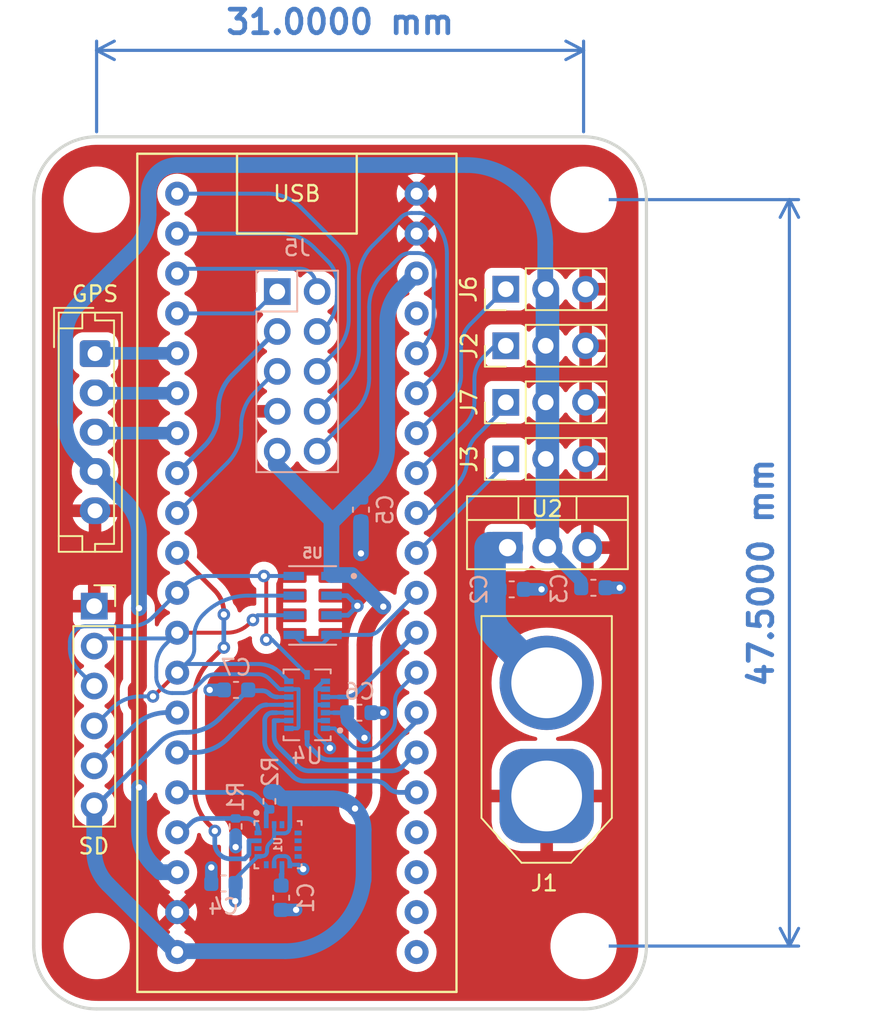
<source format=kicad_pcb>
(kicad_pcb (version 20211014) (generator pcbnew)
  (layers (0 "F.Cu" signal) (31 "B.Cu" signal) (34 "B.Paste" user) (35 "F.Paste" user) (36 "B.SilkS" user "B.Silkscreen") (37 "F.SilkS" user "F.Silkscreen") (38 "B.Mask" user) (39 "F.Mask" user) (44 "Edge.Cuts" user))
  (net 0 "")
  (net 1 "/PPS")
  (net 2 "/3.3V")
  (net 3 "/MISO")
  (net 4 "/MOSI")
  (net 5 "/SCLK")
  (net 6 "/CS_SD")
  (net 7 "/TX1")
  (net 8 "/CS_Alt")
  (net 9 "/RX1")
  (net 10 "/5V")
  (net 11 "/BMI088_INT4")
  (net 12 "/BMI088_INT3")
  (net 13 "/CS_Gyro")
  (net 14 "/CS_Accel")
  (net 15 "GND")
  (net 16 "/Servo_1")
  (net 17 "/Servo_2")
  (net 18 "/Servo_3")
  (net 19 "/Servo_4")
  (net 20 "/BMI088_INT2")
  (net 21 "/BMI088_INT1")
  (net 22 "Net-(C1-Pad1)")
  (net 23 "/PB14")
  (net 24 "/PB15")
  (net 25 "/PB13")
  (net 26 "/PB12")
  (net 27 "/PA11")
  (net 28 "/PB10")
  (net 29 "/PA12")
  (net 30 "/PB11")
  (net 31 "/INT_Mag")
  (net 32 "Net-(C2-Pad1)")
  (net 33 "/SDA")
  (net 34 "/SCL")
  (net 44 "/PC14")
  (footprint "MountingHole:MountingHole_3.2mm_M3" (layer "F.Cu") (at 131 73.5)
    (fp_text reference "H3" hide)
    (fp_text value "MountingHole" hide)
  )
  (footprint "Package_TO_SOT_THT:TO-220-3_Vertical" (layer "F.Cu") (at 157.16 95.645)
    (fp_text reference "U2")
    (fp_text value "LM1085IT-5.0/NOPB")
  )
  (footprint "MountingHole:MountingHole_3.2mm_M3" (layer "F.Cu") (at 162 121)
    (fp_text reference "H4" hide)
    (fp_text value "MountingHole" hide)
  )
  (footprint "Connector_PinSocket_2.54mm:PinSocket_1x06_P2.54mm_Vertical" (layer "F.Cu") (at 130.85 99.37)
    (fp_text reference "J8")
    (fp_text value "SD")
  )
  (footprint "Connector_AMASS:AMASS_XT60-M_1x02_P7.20mm_Vertical" (layer "F.Cu") (at 159.65 111.45 90)
    (fp_text reference "J1")
    (fp_text value "Battery ")
  )
  (footprint "MountingHole:MountingHole_3.2mm_M3" (layer "F.Cu") (at 131 121)
    (fp_text reference "H1" hide)
    (fp_text value "MountingHole" hide)
  )
  (footprint "Connector_PinHeader_2.54mm:PinHeader_1x03_P2.54mm_Vertical" (layer "F.Cu") (at 157.05 86.4 90)
    (fp_text reference "J7")
    (fp_text value "Servo4")
  )
  (footprint "MountingHole:MountingHole_3.2mm_M3" (layer "F.Cu") (at 162 73.5)
    (fp_text reference "H2" hide)
    (fp_text value "MountingHole" hide)
  )
  (footprint "Connector_JST:JST_EH_B5B-EH-A_1x05_P2.50mm_Vertical" (layer "F.Cu") (at 130.9 83.3 -90)
    (fp_text reference "J4")
    (fp_text value "GPS")
  )
  (footprint "Blue Pill + others:ChinaBluePill" (layer "F.Cu") (at 136.13 121.38)
    (fp_text reference "U3" hide)
    (fp_text value "ChinaBluePill" hide)
  )
  (footprint "Connector_PinHeader_2.54mm:PinHeader_1x03_P2.54mm_Vertical" (layer "F.Cu") (at 157.05 82.8 90)
    (fp_text reference "J2")
    (fp_text value "Servo1")
  )
  (footprint "Connector_PinHeader_2.54mm:PinHeader_1x03_P2.54mm_Vertical" (layer "F.Cu") (at 157.05 90 90)
    (fp_text reference "J3")
    (fp_text value "Servo3")
  )
  (footprint "Connector_PinHeader_2.54mm:PinHeader_1x03_P2.54mm_Vertical" (layer "F.Cu") (at 157.05 79.2 90)
    (fp_text reference "J6")
    (fp_text value "Servo2")
  )
  (footprint "Capacitor_SMD:C_0603_1608Metric" (layer "B.Cu") (at 139.075 117.016 180)
    (fp_text reference "C4")
    (fp_text value "1uF" hide)
  )
  (footprint "Resistor_SMD:R_0402_1005Metric" (layer "B.Cu") (at 142 111.79 -90)
    (fp_text reference "R2")
    (fp_text value "10k" hide)
  )
  (footprint "Connector_PinSocket_2.54mm:PinSocket_2x05_P2.54mm_Vertical" (layer "B.Cu") (at 142.5 79.35 180)
    (fp_text reference "J5")
    (fp_text value "Conn_02x05_Odd_Even")
  )
  (footprint "Capacitor_SMD:C_0603_1608Metric" (layer "B.Cu") (at 162.625 98.2)
    (fp_text reference "C3")
    (fp_text value "10 uF tantalum")
  )
  (footprint "Capacitor_SMD:C_0603_1608Metric" (layer "B.Cu") (at 142.748 117.925 -90)
    (fp_text reference "C1")
    (fp_text value "10uF" hide)
  )
  (footprint "MS5607-02BA03:SON125P300X500X100-8N" (layer "B.Cu") (at 144.75 99.325 180)
    (fp_text reference "U5")
    (fp_text value "MS560702BA03-50")
  )
  (footprint "Capacitor_SMD:C_0603_1608Metric" (layer "B.Cu") (at 147.725 106.15)
    (fp_text reference "C6")
    (fp_text value "100nF")
  )
  (footprint "Capacitor_SMD:C_0603_1608Metric" (layer "B.Cu") (at 157.425 98.3)
    (fp_text reference "C2")
    (fp_text value "10uF")
  )
  (footprint "Capacitor_SMD:C_0603_1608Metric" (layer "B.Cu") (at 139.875 104.7 180)
    (fp_text reference "C7")
    (fp_text value "100nF")
  )
  (footprint "Resistor_SMD:R_0402_1005Metric" (layer "B.Cu") (at 139.85 113.39 90)
    (fp_text reference "R1")
    (fp_text value "10K" hide)
  )
  (footprint "BMI088:PQFN50P450X300X100-16N" (layer "B.Cu") (at 144.4 105.65 90)
    (fp_text reference "U4")
    (fp_text value "BMI088")
  )
  (footprint "Capacitor_SMD:C_0603_1608Metric" (layer "B.Cu") (at 147.828 93.231 -90)
    (fp_text reference "C5")
    (fp_text value "100nF" hide)
  )
  (footprint "MMC5983MA:PQFN50P300X300X100-16N" (layer "B.Cu") (at 142.55 114.55 -90)
    (fp_text reference "U1")
    (fp_text value "MMC5983MA")
  )
  (gr_arc (start 131 125) (mid 128.171573 123.828427) (end 127 121) (layer "Edge.Cuts") (width 0.2))
  (gr_line (start 131 125) (end 162 125) (layer "Edge.Cuts") (width 0.2))
  (gr_arc (start 127 73.5) (mid 128.171573 70.671573) (end 131 69.5) (layer "Edge.Cuts") (width 0.2))
  (gr_arc (start 162 69.5) (mid 164.828427 70.671573) (end 166 73.5) (layer "Edge.Cuts") (width 0.2))
  (gr_arc (start 166 121) (mid 164.828427 123.828427) (end 162 125) (layer "Edge.Cuts") (width 0.2))
  (gr_line (start 131 69.5) (end 162 69.5) (layer "Edge.Cuts") (width 0.2))
  (gr_line (start 166 73.5) (end 166 121) (layer "Edge.Cuts") (width 0.2))
  (gr_line (start 127 73.5) (end 127 121) (layer "Edge.Cuts") (width 0.2))
  (dimension (type aligned) (layer "B.Cu") (pts (xy 162 69.68341) (xy 131 69.68341)) (height 5.68341) (gr_text "31.0000 mm" (at 146.5 62.2) (layer "B.Cu") (effects (font (size 1.5 1.5) (thickness 0.3)))) (format (units 3) (units_format 1) (precision 4)) (style (thickness 0.2) (arrow_length 1.27) (text_position_mode 0) (extension_height 0.58642) (extension_offset 0.5) keep_text_aligned))
  (dimension (type aligned) (layer "B.Cu") (pts (xy 162 73.5) (xy 162 121)) (height -13.101714) (gr_text "47.5000 mm" (at 173.301714 97.25 90) (layer "B.Cu") (effects (font (size 1.5 1.5) (thickness 0.3)))) (format (units 3) (units_format 1) (precision 4)) (style (thickness 0.2) (arrow_length 1.27) (text_position_mode 0) (extension_height 0.58642) (extension_offset 0.5) keep_text_aligned))
  (segment (start 136.13 83.28) (end 130.92 83.28) (width 0.8) (layer "B.Cu") (net 1))
  (segment (start 148.05 107.75) (end 148.05 101.842641) (width 1) (layer "F.Cu") (net 2))
  (segment (start 148.05 111.235786) (end 148.05 107.75) (width 1) (layer "F.Cu") (net 2))
  (segment (start 139.825 114.7255) (end 139.825 117.825) (width 0.8) (layer "F.Cu") (net 2))
  (segment (start 147.45 112.25) (end 147.757107 111.942893) (width 1) (layer "F.Cu") (net 2))
  (segment (start 148.92868 99.72132) (end 149.25 99.4) (width 1) (layer "F.Cu") (net 2))
  (segment (start 139.85 114.7005) (end 139.825 114.7255) (width 0.25) (layer "F.Cu") (net 2))
  (via (at 149.25 99.4) (size 0.8) (drill 0.4) (layers "F.Cu" "B.Cu") (net 2))
  (via (at 148.05 107.75) (size 0.8) (drill 0.4) (layers "F.Cu" "B.Cu") (net 2))
  (via (at 139.825 118.141) (size 0.8) (drill 0.4) (layers "F.Cu" "B.Cu") (net 2))
  (via (at 139.85 114.7005) (size 0.8) (drill 0.4) (layers "F.Cu" "B.Cu") (net 2))
  (via (at 147.45 112.25) (size 0.8) (drill 0.4) (layers "F.Cu" "B.Cu") (net 2))
  (arc (start 148.05 101.842641) (mid 148.278362 100.69459) (end 148.92868 99.72132) (width 1) (layer "F.Cu") (net 2))
  (arc (start 148.05 111.235786) (mid 147.97388 111.618469) (end 147.757107 111.942893) (width 1) (layer "F.Cu") (net 2))
  (segment (start 141.997059 114.477941) (end 142.153554 114.321446) (width 0.25) (layer "B.Cu") (net 2))
  (segment (start 142.41 90.36) (end 142.41 89.51) (width 1) (layer "B.Cu") (net 2))
  (segment (start 142.325 113.825) (end 142.95048 113.825) (width 0.25) (layer "B.Cu") (net 2))
  (segment (start 142.3 113.275) (end 142.3 113.8) (width 0.25) (layer "B.Cu") (net 2))
  (segment (start 130.85 112.07) (end 130.85 114.957359) (width 1) (layer "B.Cu") (net 2))
  (segment (start 148 113.6) (end 148 116.8) (width 1) (layer "B.Cu") (net 2))
  (segment (start 145.95 93.9) (end 142.41 90.36) (width 1) (layer "B.Cu") (net 2))
  (segment (start 141.275 115.3) (end 141.25 115.3) (width 0.25) (layer "B.Cu") (net 2))
  (segment (start 146.95 106.55) (end 146.95 106.15) (width 0.3) (layer "B.Cu") (net 2))
  (segment (start 143 121.325) (end 136.185 121.325) (width 1) (layer "B.Cu") (net 2))
  (segment (start 142.800868 111.6) (end 142.389827 111.188959) (width 1) (layer "B.Cu") (net 2))
  (segment (start 136.478427 107.4) (end 136.707359 107.4) (width 0.3) (layer "B.Cu") (net 2))
  (segment (start 139.85 114.7005) (end 139.85 113.9) (width 0.8) (layer "B.Cu") (net 2))
  (segment (start 141.850612 114.866449) (end 141.850612 114.831495) (width 0.25) (layer "B.Cu") (net 2))
  (segment (start 148.05 107.75) (end 148.05 107.65) (width 0.3) (layer "B.Cu") (net 2))
  (segment (start 141.85 114.987483) (end 141.85 114.881414) (width 0.25) (layer "B.Cu") (net 2))
  (segment (start 147.2375 97.3875) (end 145.95 97.3875) (width 1) (layer "B.Cu") (net 2))
  (segment (start 136.185 121.325) (end 136.13 121.38) (width 1) (layer "B.Cu") (net 2))
  (segment (start 144.85 111.6) (end 142.800868 111.6) (width 1) (layer "B.Cu") (net 2))
  (segment (start 131.72868 117.07868) (end 136.03 121.38) (width 1) (layer "B.Cu") (net 2))
  (segment (start 142.325 113.775) (end 142.325 113.825) (width 0.25) (layer "B.Cu") (net 2))
  (segment (start 141.25 115.3) (end 139.85 116.7) (width 0.25) (layer "B.Cu") (net 2))
  (segment (start 143.275 113.325) (end 143.275 113.50048) (width 0.25) (layer "B.Cu") (net 2))
  (segment (start 142.3 113.8) (end 142.325 113.775) (width 0.25) (layer "B.Cu") (net 2))
  (segment (start 138.82868 106.52132) (end 140.65 104.7) (width 0.3) (layer "B.Cu") (net 2))
  (segment (start 146.95 106.65) (end 146.95 106.55) (width 0.8) (layer "B.Cu") (net 2))
  (segment (start 143.3 111.6) (end 143.3 113.275) (width 0.3) (layer "B.Cu") (net 2))
  (segment (start 145.95 94.05) (end 145.95 95.05) (width 1) (layer "B.Cu") (net 2))
  (segment (start 142.3 113.967893) (end 142.3 113.8) (width 0.25) (layer "B.Cu") (net 2))
  (segment (start 149.25 99.4) (end 147.2375 97.3875) (width 1) (layer "B.Cu") (net 2))
  (segment (start 148.62132 91.37868) (end 145.95 94.05) (width 1) (layer "B.Cu") (net 2))
  (segment (start 140.65 104.75) (end 140.6 104.7) (width 0.3) (layer "B.Cu") (net 2))
  (segment (start 143.275 113.325) (end 143.275 113.3) (width 0.25) (layer "B.Cu") (net 2))
  (segment (start 144.85 111.6) (end 143.3 111.6) (width 0.3) (layer "B.Cu") (net 2))
  (segment (start 145.565 106.15) (end 146.1 106.15) (width 0.25) (layer "B.Cu") (net 2))
  (segment (start 141.275 115.3) (end 141.3 115.275) (width 0.25) (layer "B.Cu") (net 2))
  (segment (start 139.825 118.141) (end 139.825 117.041) (width 0.8) (layer "B.Cu") (net 2))
  (segment (start 149.5 81.312641) (end 149.5 89.257359) (width 1) (layer "B.Cu") (net 2))
  (segment (start 145.95 95.05) (end 145.95 97.3875) (width 1) (layer "B.Cu") (net 2))
  (segment (start 130.85 112.07) (end 130.98 112.07) (width 0.3) (layer "B.Cu") (net 2))
  (segment (start 145.95 95.05) (end 145.95 93.9) (width 1) (layer "B.Cu") (net 2))
  (segment (start 144.85 111.6) (end 146 111.6) (width 1) (layer "B.Cu") (net 2))
  (segment (start 143.275 113.3) (end 143.3 113.275) (width 0.25) (layer "B.Cu") (net 2))
  (segment (start 147.95 107.65) (end 146.95 106.65) (width 0.8) (layer "B.Cu") (net 2))
  (segment (start 142.389827 111.188959) (end 142.091041 111.188959) (width 1) (layer "B.Cu") (net 2))
  (segment (start 136.03 121.38) (end 136.13 121.38) (width 1) (layer "B.Cu") (net 2))
  (segment (start 151.37 78.2) (end 150.378679 79.191321) (width 1) (layer "B.Cu") (net 2))
  (segment (start 143.235 105.15) (end 142.5 105.15) (width 0.25) (layer "B.Cu") (net 2))
  (segment (start 130.98 112.07) (end 135.064214 107.985786) (width 0.3) (layer "B.Cu") (net 2))
  (segment (start 146.95 106.15) (end 146.1 106.15) (width 0.3) (layer "B.Cu") (net 2))
  (segment (start 141.534269 104.75) (end 140.65 104.75) (width 0.3) (layer "B.Cu") (net 2))
  (segment (start 141.3 115.275) (end 141.562483 115.275) (width 0.25) (layer "B.Cu") (net 2))
  (segment (start 148.05 107.65) (end 147.95 107.65) (width 0.8) (layer "B.Cu") (net 2))
  (arc (start 148 116.325) (mid 146.535534 119.860534) (end 143 121.325) (width 1) (layer "B.Cu") (net 2))
  (arc (start 136.478427 107.4) (mid 135.71306 107.552241) (end 135.064214 107.985786) (width 0.3) (layer "B.Cu") (net 2))
  (arc (start 149.5 81.312641) (mid 149.728361 80.164591) (end 150.378679 79.191321) (width 1) (layer "B.Cu") (net 2))
  (arc (start 141.997059 114.477941) (mid 141.888672 114.640153) (end 141.850612 114.831495) (width 0.25) (layer "B.Cu") (net 2))
  (arc (start 141.562483 115.275) (mid 141.765788 115.190788) (end 141.85 114.987483) (width 0.25) (layer "B.Cu") (net 2))
  (arc (start 146 111.6) (mid 147.414214 112.185786) (end 148 113.6) (width 1) (layer "B.Cu") (net 2))
  (arc (start 141.987937 104.937937) (mid 141.779773 104.798834) (end 141.534269 104.75) (width 0.3) (layer "B.Cu") (net 2))
  (arc (start 142.153554 114.321446) (mid 142.26194 114.159234) (end 142.3 113.967893) (width 0.25) (layer "B.Cu") (net 2))
  (arc (start 138.82868 106.52132) (mid 137.85541 107.171639) (end 136.707359 107.4) (width 0.3) (layer "B.Cu") (net 2))
  (arc (start 142.95048 113.825) (mid 143.17995 113.72995) (end 143.275 113.50048) (width 0.25) (layer "B.Cu") (net 2))
  (arc (start 149.5 89.257359) (mid 149.271638 90.40541) (end 148.62132 91.37868) (width 1) (layer "B.Cu") (net 2))
  (arc (start 141.987937 104.937937) (mid 142.222829 105.094887) (end 142.5 105.15) (width 0.3) (layer "B.Cu") (net 2))
  (arc (start 131.72868 117.07868) (mid 131.078361 116.10541) (end 130.85 114.957359) (width 1) (layer "B.Cu") (net 2))
  (segment (start 140.95 100.25) (end 140.725786 100.474214) (width 0.25) (layer "F.Cu") (net 3))
  (segment (start 139.311573 101.06) (end 136.13 101.06) (width 0.25) (layer "F.Cu") (net 3))
  (via (at 140.95 100.25) (size 0.8) (drill 0.4) (layers "F.Cu" "B.Cu") (net 3))
  (arc (start 140.725786 100.474214) (mid 140.07694 100.907759) (end 139.311573 101.06) (width 0.25) (layer "F.Cu") (net 3))
  (segment (start 143.235 104.65) (end 142.65 104.65) (width 0.25) (layer "B.Cu") (net 3))
  (segment (start 135.107107 104.607107) (end 135.092893 104.592893) (width 0.25) (layer "B.Cu") (net 3))
  (segment (start 141.25 99.95) (end 140.95 100.25) (width 0.25) (layer "B.Cu") (net 3))
  (segment (start 143.78 107.15) (end 143.855 107.075) (width 0.25) (layer "B.Cu") (net 3))
  (segment (start 143.55 99.95) (end 141.25 99.95) (width 0.25) (layer "B.Cu") (net 3))
  (segment (start 143.855 104.65) (end 143.235 104.65) (width 0.25) (layer "B.Cu") (net 3))
  (segment (start 134.8 103.885786) (end 134.8 103.218427) (width 0.25) (layer "B.Cu") (net 3))
  (segment (start 135.765 101.425) (end 136.13 101.06) (width 0.25) (layer "B.Cu") (net 3))
  (segment (start 143.235 107.15) (end 143.78 107.15) (width 0.25) (layer "B.Cu") (net 3))
  (segment (start 135.385787 101.804213) (end 136.13 101.06) (width 0.25) (layer "B.Cu") (net 3))
  (segment (start 136.535786 104.9) (end 135.814214 104.9) (width 0.25) (layer "B.Cu") (net 3))
  (segment (start 141.285786 103.7) (end 138.564214 103.7) (width 0.25) (layer "B.Cu") (net 3))
  (segment (start 142.65 104.65) (end 141.992893 103.992893) (width 0.25) (layer "B.Cu") (net 3))
  (segment (start 143.855 107.075) (end 143.855 104.65) (width 0.25) (layer "B.Cu") (net 3))
  (segment (start 137.857107 103.992893) (end 137.242893 104.607107) (width 0.25) (layer "B.Cu") (net 3))
  (segment (start 131.335 101.425) (end 135.765 101.425) (width 0.25) (layer "B.Cu") (net 3))
  (segment (start 130.85 101.91) (end 131.335 101.425) (width 0.25) (layer "B.Cu") (net 3))
  (arc (start 136.535786 104.9) (mid 136.918469 104.82388) (end 137.242893 104.607107) (width 0.25) (layer "B.Cu") (net 3))
  (arc (start 141.285786 103.7) (mid 141.668469 103.77612) (end 141.992893 103.992893) (width 0.25) (layer "B.Cu") (net 3))
  (arc (start 135.385787 101.804213) (mid 134.952241 102.45306) (end 134.8 103.218427) (width 0.25) (layer "B.Cu") (net 3))
  (arc (start 135.092893 104.592893) (mid 134.87612 104.26847) (end 134.8 103.885786) (width 0.25) (layer "B.Cu") (net 3))
  (arc (start 135.107107 104.607107) (mid 135.43153 104.82388) (end 135.814214 104.9) (width 0.25) (layer "B.Cu") (net 3))
  (arc (start 138.564214 103.7) (mid 138.181531 103.77612) (end 137.857107 103.992893) (width 0.25) (layer "B.Cu") (net 3))
  (segment (start 134.587701 105.112299) (end 134.617701 105.112299) (width 0.25) (layer "F.Cu") (net 4))
  (segment (start 134.617701 105.112299) (end 136.13 103.6) (width 0.25) (layer "F.Cu") (net 4))
  (via (at 134.587701 105.112299) (size 0.8) (drill 0.4) (layers "F.Cu" "B.Cu") (net 4))
  (segment (start 143.55 98.7) (end 140.656854 98.7) (width 0.25) (layer "B.Cu") (net 4))
  (segment (start 131.976057 105.873943) (end 130.86 106.99) (width 0.25) (layer "B.Cu") (net 4))
  (segment (start 142.626831 103.544534) (end 142.419033 103.385088) (width 0.25) (layer "B.Cu") (net 4))
  (segment (start 136.68 103.05) (end 136.13 103.6) (width 0.25) (layer "B.Cu") (net 4))
  (segment (start 143.235 104.15) (end 142.720786 103.635786) (width 0.25) (layer "B.Cu") (net 4))
  (segment (start 141.306573 103.05) (end 136.68 103.05) (width 0.25) (layer "B.Cu") (net 4))
  (segment (start 130.86 106.99) (end 130.85 106.99) (width 0.25) (layer "B.Cu") (net 4))
  (segment (start 137.828427 99.871573) (end 137.802786 99.897214) (width 0.25) (layer "B.Cu") (net 4))
  (segment (start 142.1922 103.25413) (end 141.950214 103.153899) (width 0.25) (layer "B.Cu") (net 4))
  (segment (start 134.587701 105.112299) (end 133.814828 105.112299) (width 0.25) (layer "B.Cu") (net 4))
  (segment (start 141.437534 103.051927) (end 141.306573 103.05) (width 0.25) (layer "B.Cu") (net 4))
  (segment (start 141.697216 103.086112) (end 141.437534 103.051927) (width 0.25) (layer "B.Cu") (net 4))
  (segment (start 141.950214 103.153899) (end 141.697216 103.086112) (width 0.25) (layer "B.Cu") (net 4))
  (segment (start 136.924107 102.805893) (end 136.13 103.6) (width 0.25) (layer "B.Cu") (net 4))
  (segment (start 142.720786 103.635786) (end 142.626831 103.544534) (width 0.25) (layer "B.Cu") (net 4))
  (segment (start 142.419033 103.385088) (end 142.1922 103.25413) (width 0.25) (layer "B.Cu") (net 4))
  (segment (start 137.217 101.311427) (end 137.217 102.098786) (width 0.25) (layer "B.Cu") (net 4))
  (arc (start 137.217 102.098786) (mid 137.14088 102.481469) (end 136.924107 102.805893) (width 0.25) (layer "B.Cu") (net 4))
  (arc (start 137.217 101.311427) (mid 137.369241 100.54606) (end 137.802786 99.897214) (width 0.25) (layer "B.Cu") (net 4))
  (arc (start 133.814828 105.112299) (mid 132.819692 105.310244) (end 131.976057 105.873943) (width 0.25) (layer "B.Cu") (net 4))
  (arc (start 137.828427 99.871573) (mid 139.12612 99.004482) (end 140.656854 98.7) (width 0.25) (layer "B.Cu") (net 4))
  (segment (start 141.8 101.5) (end 141.8 97.6) (width 0.25) (layer "F.Cu") (net 5))
  (segment (start 141.8 97.6) (end 141.65 97.45) (width 0.25) (layer "F.Cu") (net 5))
  (via (at 141.8 101.5) (size 0.8) (drill 0.4) (layers "F.Cu" "B.Cu") (net 5))
  (via (at 141.65 97.45) (size 0.8) (drill 0.4) (layers "F.Cu" "B.Cu") (net 5))
  (segment (start 143.55 97.45) (end 141.65 97.45) (width 0.25) (layer "B.Cu") (net 5))
  (segment (start 144.4 103.735) (end 142.165 101.5) (width 0.25) (layer "B.Cu") (net 5))
  (segment (start 142.165 101.5) (end 141.8 101.5) (width 0.25) (layer "B.Cu") (net 5))
  (segment (start 130.3 100.65) (end 133.171573 100.65) (width 0.25) (layer "B.Cu") (net 5))
  (segment (start 136.614213 98.035787) (end 136.13 98.52) (width 0.25) (layer "B.Cu") (net 5))
  (segment (start 134.585787 100.064213) (end 136.13 98.52) (width 0.25) (layer "B.Cu") (net 5))
  (segment (start 129.3 102.071573) (end 129.3 101.65) (width 0.25) (layer "B.Cu") (net 5))
  (segment (start 130.85 104.45) (end 129.885786 103.485786) (width 0.25) (layer "B.Cu") (net 5))
  (segment (start 141.65 97.45) (end 138.028427 97.45) (width 0.25) (layer "B.Cu") (net 5))
  (arc (start 136.614213 98.035787) (mid 137.26306 97.602241) (end 138.028427 97.45) (width 0.25) (layer "B.Cu") (net 5))
  (arc (start 129.885786 103.485786) (mid 129.452241 102.83694) (end 129.3 102.071573) (width 0.25) (layer "B.Cu") (net 5))
  (arc (start 134.585787 100.064213) (mid 133.93694 100.497759) (end 133.171573 100.65) (width 0.25) (layer "B.Cu") (net 5))
  (arc (start 129.3 101.65) (mid 129.592893 100.942893) (end 130.3 100.65) (width 0.25) (layer "B.Cu") (net 5))
  (segment (start 130.85 109.53) (end 133.361321 107.018679) (width 0.3) (layer "B.Cu") (net 6))
  (segment (start 135.482641 106.14) (end 136.13 106.14) (width 0.3) (layer "B.Cu") (net 6))
  (arc (start 133.361321 107.018679) (mid 134.334591 106.368361) (end 135.482641 106.14) (width 0.3) (layer "B.Cu") (net 6))
  (segment (start 136.13 85.82) (end 130.92 85.82) (width 0.8) (layer "B.Cu") (net 7))
  (segment (start 148.275786 101.2) (end 145.95 101.2) (width 0.25) (layer "B.Cu") (net 8))
  (segment (start 143.55 101.2) (end 144.1 101.75) (width 0.25) (layer "B.Cu") (net 8))
  (segment (start 144.1 101.75) (end 145.4 101.75) (width 0.25) (layer "B.Cu") (net 8))
  (segment (start 151.37 98.52) (end 148.982893 100.907107) (width 0.25) (layer "B.Cu") (net 8))
  (segment (start 145.4 101.75) (end 145.95 101.2) (width 0.25) (layer "B.Cu") (net 8))
  (arc (start 148.275786 101.2) (mid 148.658469 101.12388) (end 148.982893 100.907107) (width 0.25) (layer "B.Cu") (net 8))
  (segment (start 130.96 88.36) (end 130.9 88.3) (width 0.3) (layer "B.Cu") (net 9))
  (segment (start 136.13 88.36) (end 130.96 88.36) (width 0.8) (layer "B.Cu") (net 9))
  (segment (start 133.487701 105.567934) (end 133.487701 104.656664) (width 1) (layer "F.Cu") (net 10))
  (segment (start 133.7 104.444365) (end 133.7 99.5) (width 1) (layer "F.Cu") (net 10))
  (segment (start 133.7 110.9) (end 133.7 105.780233) (width 1) (layer "F.Cu") (net 10))
  (segment (start 133.487701 104.656664) (end 133.7 104.444365) (width 1) (layer "F.Cu") (net 10))
  (segment (start 133.7 105.780233) (end 133.487701 105.567934) (width 1) (layer "F.Cu") (net 10))
  (via (at 133.7 110.9) (size 0.8) (drill 0.4) (layers "F.Cu" "B.Cu") (net 10))
  (via (at 133.7 99.5) (size 0.8) (drill 0.4) (layers "F.Cu" "B.Cu") (net 10))
  (segment (start 161.85 97.795) (end 159.7 95.645) (width 0.8) (layer "B.Cu") (net 10))
  (segment (start 135.05 116.3) (end 136.13 116.3) (width 1) (layer "B.Cu") (net 10))
  (segment (start 132.82132 92.72132) (end 130.9 90.8) (width 1) (layer "B.Cu") (net 10))
  (segment (start 134.309203 73.115797) (end 134.309203 74.448156) (width 1) (layer "B.Cu") (net 10))
  (segment (start 129.87868 89.77868) (end 130.9 90.8) (width 1) (layer "B.Cu") (net 10))
  (segment (start 159.56 79.2) (end 159.56 76.3) (width 1) (layer "B.Cu") (net 10))
  (segment (start 154.56 71.3) (end 136.125 71.3) (width 1) (layer "B.Cu") (net 10))
  (segment (start 159.7 79.31) (end 159.59 79.2) (width 0.8) (layer "B.Cu") (net 10))
  (segment (start 134.57868 115.82868) (end 135.05 116.3) (width 1) (layer "B.Cu") (net 10))
  (segment (start 129 82.242641) (end 129 87.657359) (width 1) (layer "B.Cu") (net 10))
  (segment (start 133.430523 76.569477) (end 129.878679 80.121321) (width 1) (layer "B.Cu") (net 10))
  (segment (start 133.7 110.9) (end 133.7 113.707359) (width 1) (layer "B.Cu") (net 10))
  (segment (start 159.7 95.645) (end 159.7 79.31) (width 1.5) (layer "B.Cu") (net 10))
  (segment (start 133.7 99.5) (end 133.7 94.842641) (width 1) (layer "B.Cu") (net 10))
  (segment (start 161.85 98.2) (end 161.85 97.795) (width 0.8) (layer "B.Cu") (net 10))
  (arc (start 136.125 71.3) (mid 134.841038 71.831835) (end 134.309203 73.115797) (width 1) (layer "B.Cu") (net 10))
  (arc (start 134.309203 74.448156) (mid 134.080841 75.596207) (end 133.430523 76.569477) (width 1) (layer "B.Cu") (net 10))
  (arc (start 134.57868 115.82868) (mid 133.928361 114.85541) (end 133.7 113.707359) (width 1) (layer "B.Cu") (net 10))
  (arc (start 133.7 94.842641) (mid 133.471638 93.69459) (end 132.82132 92.72132) (width 1) (layer "B.Cu") (net 10))
  (arc (start 129.878679 80.121321) (mid 129.228361 81.094591) (end 129 82.242641) (width 1) (layer "B.Cu") (net 10))
  (arc (start 129 87.657359) (mid 129.228362 88.80541) (end 129.87868 89.77868) (width 1) (layer "B.Cu") (net 10))
  (arc (start 154.56 71.3) (mid 158.095534 72.764466) (end 159.56 76.3) (width 1) (layer "B.Cu") (net 10))
  (segment (start 141.7 107.985786) (end 141.7 106.65) (width 0.3) (layer "B.Cu") (net 11))
  (segment (start 142.2 106.15) (end 142.45 106.15) (width 0.3) (layer "B.Cu") (net 11))
  (segment (start 151.37 111.22) (end 150.284214 111.22) (width 0.3) (layer "B.Cu") (net 11))
  (segment (start 148.735786 110.5) (end 144.214214 110.5) (width 0.3) (layer "B.Cu") (net 11))
  (segment (start 143.235 106.15) (end 142.45 106.15) (width 0.25) (layer "B.Cu") (net 11))
  (segment (start 143.507107 110.207107) (end 141.992893 108.692893) (width 0.3) (layer "B.Cu") (net 11))
  (segment (start 149.577107 110.927107) (end 149.442893 110.792893) (width 0.3) (layer "B.Cu") (net 11))
  (arc (start 141.7 106.65) (mid 141.846447 106.296447) (end 142.2 106.15) (width 0.3) (layer "B.Cu") (net 11))
  (arc (start 149.442893 110.792893) (mid 149.118469 110.57612) (end 148.735786 110.5) (width 0.3) (layer "B.Cu") (net 11))
  (arc (start 150.284214 111.22) (mid 149.901531 111.14388) (end 149.577107 110.927107) (width 0.3) (layer "B.Cu") (net 11))
  (arc (start 141.992893 108.692893) (mid 141.77612 108.368469) (end 141.7 107.985786) (width 0.3) (layer "B.Cu") (net 11))
  (arc (start 144.214214 110.5) (mid 143.831531 110.42388) (end 143.507107 110.207107) (width 0.3) (layer "B.Cu") (net 11))
  (segment (start 136.13 108.68) (end 137.213146 108.68) (width 0.3) (layer "B.Cu") (net 12))
  (segment (start 143.235 105.65) (end 141.825283 105.65) (width 0.25) (layer "B.Cu") (net 12))
  (segment (start 139.334467 107.80132) (end 141.245727 105.89006) (width 0.3) (layer "B.Cu") (net 12))
  (arc (start 137.213146 108.68) (mid 138.361197 108.451638) (end 139.334467 107.80132) (width 0.3) (layer "B.Cu") (net 12))
  (arc (start 141.245727 105.89006) (mid 141.51163 105.71239) (end 141.825283 105.65) (width 0.3) (layer "B.Cu") (net 12))
  (segment (start 146.865786 105.15) (end 146.4 105.15) (width 0.3) (layer "B.Cu") (net 13))
  (segment (start 145.565 105.15) (end 146.4 105.15) (width 0.25) (layer "B.Cu") (net 13))
  (segment (start 151.37 101.06) (end 147.572893 104.857107) (width 0.3) (layer "B.Cu") (net 13))
  (arc (start 147.572893 104.857107) (mid 147.24847 105.07388) (end 146.865786 105.15) (width 0.3) (layer "B.Cu") (net 13))
  (segment (start 142.6 106.65) (end 143.235 106.65) (width 0.25) (layer "B.Cu") (net 14))
  (segment (start 143.807107 109.557107) (end 142.592893 108.342893) (width 0.3) (layer "B.Cu") (net 14))
  (segment (start 142.3 107.635786) (end 142.3 106.65) (width 0.3) (layer "B.Cu") (net 14))
  (segment (start 142.3 106.65) (end 142.6 106.65) (width 0.3) (layer "B.Cu") (net 14))
  (segment (start 144.514214 109.85) (end 149.785786 109.85) (width 0.3) (layer "B.Cu") (net 14))
  (segment (start 150.492893 109.557107) (end 151.37 108.68) (width 0.3) (layer "B.Cu") (net 14))
  (arc (start 142.592893 108.342893) (mid 142.37612 108.01847) (end 142.3 107.635786) (width 0.3) (layer "B.Cu") (net 14))
  (arc (start 149.785786 109.85) (mid 150.168469 109.77388) (end 150.492893 109.557107) (width 0.3) (layer "B.Cu") (net 14))
  (arc (start 144.514214 109.85) (mid 144.131531 109.77388) (end 143.807107 109.557107) (width 0.3) (layer "B.Cu") (net 14))
  (via (at 159.325 98.3) (size 0.8) (drill 0.4) (layers "F.Cu" "B.Cu") (net 15))
  (via (at 144.15 116.1) (size 0.8) (drill 0.4) (layers "F.Cu" "B.Cu") (net 15))
  (via (at 143.7 118.694) (size 0.8) (drill 0.4) (layers "F.Cu" "B.Cu") (net 15))
  (via (at 138.3 116) (size 0.8) (drill 0.4) (layers "F.Cu" "B.Cu") (net 15))
  (via (at 164.3 98.2) (size 0.8) (drill 0.4) (layers "F.Cu" "B.Cu") (net 15))
  (via (at 138.2 104.7) (size 0.8) (drill 0.4) (layers "F.Cu" "B.Cu") (net 15))
  (via (at 147.6 99.35) (size 0.8) (drill 0.4) (layers "F.Cu" "B.Cu") (net 15))
  (via (at 145.85 108.4) (size 0.8) (drill 0.4) (layers "F.Cu" "B.Cu") (net 15))
  (via (at 147.828 96.012) (size 0.8) (drill 0.4) (layers "F.Cu" "B.Cu") (net 15))
  (via (at 149.25 106.15) (size 0.8) (drill 0.4) (layers "F.Cu" "B.Cu") (net 15))
  (segment (start 144.945 105.755) (end 145.05 105.65) (width 0.25) (layer "B.Cu") (net 15))
  (segment (start 143.875 115.825) (end 144.15 116.1) (width 0.25) (layer "B.Cu") (net 15))
  (segment (start 144.945 106.65) (end 145.565 106.65) (width 0.25) (layer "B.Cu") (net 15))
  (segment (start 144.945 106.005) (end 144.945 105.755) (width 0.25) (layer "B.Cu") (net 15))
  (segment (start 142.3 115.825) (end 142.3 115.775) (width 0.25) (layer "B.Cu") (net 15))
  (segment (start 144.945 107.495) (end 144.945 106.65) (width 0.25) (layer "B.Cu") (net 15))
  (segment (start 147.6 99.35) (end 146.95 98.7) (width 0.3) (layer "B.Cu") (net 15))
  (segment (start 144.945 104.65) (end 144.945 106.005) (width 0.25) (layer "B.Cu") (net 15))
  (segment (start 147.6 99.35) (end 147 99.95) (width 0.3) (layer "B.Cu") (net 15))
  (segment (start 143.275 115.749999) (end 143.275 115.575973) (width 0.25) (layer "B.Cu") (net 15))
  (segment (start 143.275 115.749999) (end 143.275 115.8) (width 0.25) (layer "B.Cu") (net 15))
  (segment (start 142.3 115.775) (end 142.3 115.594099) (width 0.25) (layer "B.Cu") (net 15))
  (segment (start 147.828 96.012) (end 147.828 94.006) (width 1) (layer "B.Cu") (net 15))
  (segment (start 143.3 115.825) (end 143.875 115.825) (width 0.25) (layer "B.Cu") (net 15))
  (segment (start 138.3 117.016) (end 138.3 116) (width 0.8) (layer "B.Cu") (net 15))
  (segment (start 145.565 104.15) (end 145.445 104.15) (width 0.25) (layer "B.Cu") (net 15))
  (segment (start 164.3 98.2) (end 163.4 98.2) (width 0.8) (layer "B.Cu") (net 15))
  (segment (start 147 99.95) (end 145.95 99.95) (width 0.3) (layer "B.Cu") (net 15))
  (segment (start 143.694 118.7) (end 142.748 118.7) (width 0.8) (layer "B.Cu") (net 15))
  (segment (start 138.2 104.7) (end 139.1 104.7) (width 0.8) (layer "B.Cu") (net 15))
  (segment (start 142.974027 115.275) (end 142.619099 115.275) (width 0.25) (layer "B.Cu") (net 15))
  (segment (start 144.945 105.545) (end 144.945 104.65) (width 0.25) (layer "B.Cu") (net 15))
  (segment (start 149.25 106.15) (end 148.5 106.15) (width 0.8) (layer "B.Cu") (net 15))
  (segment (start 144.945 106.65) (end 144.945 106.005) (width 0.25) (layer "B.Cu") (net 15))
  (segment (start 143.275 115.8) (end 143.3 115.825) (width 0.25) (layer "B.Cu") (net 15))
  (segment (start 146.95 98.7) (end 145.95 98.7) (width 0.3) (layer "B.Cu") (net 15))
  (segment (start 145.445 104.15) (end 144.945 104.65) (width 0.25) (layer "B.Cu") (net 15))
  (segment (start 159.325 98.3) (end 158.375 98.3) (width 0.8) (layer "B.Cu") (net 15))
  (segment (start 144.945 104.65) (end 145.565 104.65) (width 0.25) (layer "B.Cu") (net 15))
  (segment (start 145.05 105.65) (end 145.565 105.65) (width 0.25) (layer "B.Cu") (net 15))
  (segment (start 145.05 105.65) (end 144.945 105.545) (width 0.25) (layer "B.Cu") (net 15))
  (segment (start 145.85 108.4) (end 144.945 107.495) (width 0.25) (layer "B.Cu") (net 15))
  (arc (start 142.974027 115.275) (mid 143.186847 115.363153) (end 143.275 115.575973) (width 0.25) (layer "B.Cu") (net 15))
  (arc (start 142.3 115.594099) (mid 142.393462 115.368462) (end 142.619099 115.275) (width 0.25) (layer "B.Cu") (net 15))
  (segment (start 154.464213 87.805787) (end 151.37 90.9) (width 0.25) (layer "B.Cu") (net 16))
  (segment (start 156.35 82.8) (end 155.635786 83.514214) (width 0.25) (layer "B.Cu") (net 16))
  (segment (start 157.05 82.8) (end 156.35 82.8) (width 0.25) (layer "B.Cu") (net 16))
  (segment (start 155.05 84.928427) (end 155.05 86.391573) (width 0.25) (layer "B.Cu") (net 16))
  (arc (start 154.464213 87.805787) (mid 154.897759 87.15694) (end 155.05 86.391573) (width 0.25) (layer "B.Cu") (net 16))
  (arc (start 155.635786 83.514214) (mid 155.202241 84.16306) (end 155.05 84.928427) (width 0.25) (layer "B.Cu") (net 16))
  (segment (start 157.02 79.2) (end 154.785786 81.434214) (width 0.25) (layer "B.Cu") (net 17))
  (segment (start 154.2 82.848427) (end 154.2 84.701573) (width 0.25) (layer "B.Cu") (net 17))
  (segment (start 153.614213 86.115787) (end 151.37 88.36) (width 0.25) (layer "B.Cu") (net 17))
  (arc (start 154.2 84.701573) (mid 154.047759 85.46694) (end 153.614213 86.115787) (width 0.25) (layer "B.Cu") (net 17))
  (arc (start 154.785786 81.434214) (mid 154.352241 82.08306) (end 154.2 82.848427) (width 0.25) (layer "B.Cu") (net 17))
  (segment (start 157.05 90) (end 157.05 90.3) (width 0.25) (layer "B.Cu") (net 18))
  (segment (start 157.05 90.3) (end 151.37 95.98) (width 0.25) (layer "B.Cu") (net 18))
  (segment (start 157.05 86.4) (end 157.05 86.675) (width 0.25) (layer "B.Cu") (net 19))
  (segment (start 152.16 93.44) (end 151.37 93.44) (width 0.25) (layer "B.Cu") (net 19))
  (segment (start 157.05 86.675) (end 155.185786 88.539214) (width 0.25) (layer "B.Cu") (net 19))
  (segment (start 153.859997 91.740003) (end 152.16 93.44) (width 0.25) (layer "B.Cu") (net 19))
  (arc (start 155.185786 88.539214) (mid 154.752241 89.18806) (end 154.6 89.953427) (width 0.25) (layer "B.Cu") (net 19))
  (arc (start 153.859997 91.740003) (mid 154.40768 90.920337) (end 154.6 89.953427) (width 0.25) (layer "B.Cu") (net 19))
  (segment (start 147.914214 108.5) (end 148.185786 108.5) (width 0.25) (layer "B.Cu") (net 20))
  (segment (start 150.292893 104.677107) (end 151.37 103.6) (width 0.25) (layer "B.Cu") (net 20))
  (segment (start 146.15 107.15) (end 147.207107 108.207107) (width 0.25) (layer "B.Cu") (net 20))
  (segment (start 150 106.685786) (end 150 105.384214) (width 0.25) (layer "B.Cu") (net 20))
  (segment (start 145.565 107.15) (end 146.15 107.15) (width 0.25) (layer "B.Cu") (net 20))
  (segment (start 148.892893 108.207107) (end 149.707107 107.392893) (width 0.25) (layer "B.Cu") (net 20))
  (arc (start 148.185786 108.5) (mid 148.568469 108.42388) (end 148.892893 108.207107) (width 0.25) (layer "B.Cu") (net 20))
  (arc (start 147.207107 108.207107) (mid 147.53153 108.42388) (end 147.914214 108.5) (width 0.25) (layer "B.Cu") (net 20))
  (arc (start 149.707107 107.392893) (mid 149.92388 107.06847) (end 150 106.685786) (width 0.25) (layer "B.Cu") (net 20))
  (arc (start 150.292893 104.677107) (mid 150.07612 105.00153) (end 150 105.384214) (width 0.25) (layer "B.Cu") (net 20))
  (segment (start 144.4 107.565) (end 144.4 108.16) (width 0.3) (layer "B.Cu") (net 21))
  (segment (start 151.37 106.68) (end 151.37 106.14) (width 0.3) (layer "B.Cu") (net 21))
  (segment (start 145.804214 109.15) (end 148.485786 109.15) (width 0.3) (layer "B.Cu") (net 21))
  (segment (start 144.4 108.16) (end 145.097107 108.857107) (width 0.3) (layer "B.Cu") (net 21))
  (segment (start 149.192893 108.857107) (end 151.37 106.68) (width 0.3) (layer "B.Cu") (net 21))
  (arc (start 145.804214 109.15) (mid 145.421531 109.07388) (end 145.097107 108.857107) (width 0.3) (layer "B.Cu") (net 21))
  (arc (start 149.192893 108.857107) (mid 148.86847 109.07388) (end 148.485786 109.15) (width 0.3) (layer "B.Cu") (net 21))
  (segment (start 142.8 117.4) (end 142.8 116.4) (width 0.3) (layer "B.Cu") (net 22))
  (segment (start 142.748 117.15) (end 142.748 116.452) (width 0.3) (layer "B.Cu") (net 22))
  (segment (start 142.8 116.4) (end 142.8 115.825) (width 0.3) (layer "B.Cu") (net 22))
  (segment (start 142.748 116.452) (end 142.8 116.4) (width 0.3) (layer "B.Cu") (net 22))
  (segment (start 144.95 79.35) (end 144.95 78.9) (width 0.25) (layer "B.Cu") (net 23))
  (segment (start 143.95 77.9) (end 136.43 77.9) (width 0.25) (layer "B.Cu") (net 23))
  (segment (start 136.43 77.9) (end 136.13 78.2) (width 0.25) (layer "B.Cu") (net 23))
  (arc (start 144.95 78.9) (mid 144.657107 78.192893) (end 143.95 77.9) (width 0.25) (layer "B.Cu") (net 23))
  (segment (start 141.01 80.74) (end 136.13 80.74) (width 0.25) (layer "B.Cu") (net 24))
  (segment (start 142.4 79.35) (end 141.01 80.74) (width 0.25) (layer "B.Cu") (net 24))
  (segment (start 142.41 79.35) (end 142.4 79.35) (width 0.25) (layer "B.Cu") (net 24))
  (segment (start 145.31 81.89) (end 145.421321 81.778679) (width 0.25) (layer "B.Cu") (net 25))
  (segment (start 146.3 79.657359) (end 146.3 78.828427) (width 0.25) (layer "B.Cu") (net 25))
  (segment (start 145.714213 77.414213) (end 144.838679 76.538679) (width 0.25) (layer "B.Cu") (net 25))
  (segment (start 142.717359 75.66) (end 136.13 75.66) (width 0.25) (layer "B.Cu") (net 25))
  (segment (start 144.95 81.89) (end 145.31 81.89) (width 0.25) (layer "B.Cu") (net 25))
  (arc (start 145.714213 77.414213) (mid 146.147759 78.06306) (end 146.3 78.828427) (width 0.25) (layer "B.Cu") (net 25))
  (arc (start 142.717359 75.66) (mid 143.865409 75.888361) (end 144.838679 76.538679) (width 0.25) (layer "B.Cu") (net 25))
  (arc (start 145.421321 81.778679) (mid 146.071639 80.805409) (end 146.3 79.657359) (width 0.25) (layer "B.Cu") (net 25))
  (segment (start 147.05 77.878427) (end 147.05 81.087359) (width 0.25) (layer "B.Cu") (net 26))
  (segment (start 143.99868 73.99868) (end 146.464214 76.464214) (width 0.25) (layer "B.Cu") (net 26))
  (segment (start 146.17132 83.20868) (end 144.95 84.43) (width 0.25) (layer "B.Cu") (net 26))
  (segment (start 136.13 73.12) (end 141.877359 73.12) (width 0.25) (layer "B.Cu") (net 26))
  (arc (start 146.17132 83.20868) (mid 146.821639 82.23541) (end 147.05 81.087359) (width 0.25) (layer "B.Cu") (net 26))
  (arc (start 146.464214 76.464214) (mid 146.897759 77.11306) (end 147.05 77.878427) (width 0.25) (layer "B.Cu") (net 26))
  (arc (start 143.99868 73.99868) (mid 143.02541 73.348361) (end 141.877359 73.12) (width 0.25) (layer "B.Cu") (net 26))
  (segment (start 138.75 86.792641) (end 138.75 87.037359) (width 0.3) (layer "B.Cu") (net 27))
  (segment (start 137.87132 89.15868) (end 136.13 90.9) (width 0.3) (layer "B.Cu") (net 27))
  (segment (start 142.41 81.89) (end 139.628679 84.671321) (width 0.3) (layer "B.Cu") (net 27))
  (arc (start 139.628679 84.671321) (mid 138.978361 85.644591) (end 138.75 86.792641) (width 0.3) (layer "B.Cu") (net 27))
  (arc (start 138.75 87.037359) (mid 138.521638 88.18541) (end 137.87132 89.15868) (width 0.3) (layer "B.Cu") (net 27))
  (segment (start 151.37 85.82) (end 152.421321 84.768679) (width 0.25) (layer "B.Cu") (net 28))
  (segment (start 150.357107 74.642893) (end 148.578679 76.421321) (width 0.25) (layer "B.Cu") (net 28))
  (segment (start 151.535786 74.35) (end 151.064214 74.35) (width 0.25) (layer "B.Cu") (net 28))
  (segment (start 152.42132 74.82132) (end 152.242893 74.642893) (width 0.25) (layer "B.Cu") (net 28))
  (segment (start 147.7 78.542641) (end 147.7 83.007359) (width 0.25) (layer "B.Cu") (net 28))
  (segment (start 146.82132 85.12868) (end 144.98 86.97) (width 0.25) (layer "B.Cu") (net 28))
  (segment (start 153.3 82.647359) (end 153.3 76.942641) (width 0.25) (layer "B.Cu") (net 28))
  (arc (start 153.3 82.647359) (mid 153.071639 83.795409) (end 152.421321 84.768679) (width 0.25) (layer "B.Cu") (net 28))
  (arc (start 150.357107 74.642893) (mid 150.68153 74.42612) (end 151.064214 74.35) (width 0.25) (layer "B.Cu") (net 28))
  (arc (start 146.82132 85.12868) (mid 147.471639 84.15541) (end 147.7 83.007359) (width 0.25) (layer "B.Cu") (net 28))
  (arc (start 153.3 76.942641) (mid 153.071638 75.79459) (end 152.42132 74.82132) (width 0.25) (layer "B.Cu") (net 28))
  (arc (start 148.578679 76.421321) (mid 147.928361 77.394591) (end 147.7 78.542641) (width 0.25) (layer "B.Cu") (net 28))
  (arc (start 151.535786 74.35) (mid 151.918469 74.42612) (end 152.242893 74.642893) (width 0.25) (layer "B.Cu") (net 28))
  (segment (start 140.2 87.882641) (end 140.2 88.127359) (width 0.25) (layer "B.Cu") (net 29))
  (segment (start 142.41 84.43) (end 141.078679 85.761321) (width 0.25) (layer "B.Cu") (net 29))
  (segment (start 139.32132 90.24868) (end 136.13 93.44) (width 0.25) (layer "B.Cu") (net 29))
  (arc (start 139.32132 90.24868) (mid 139.971639 89.27541) (end 140.2 88.127359) (width 0.25) (layer "B.Cu") (net 29))
  (arc (start 141.078679 85.761321) (mid 140.428361 86.734591) (end 140.2 87.882641) (width 0.25) (layer "B.Cu") (net 29))
  (segment (start 152.457 80.950359) (end 152.457 77.9) (width 0.25) (layer "B.Cu") (net 30))
  (segment (start 147.47132 86.97868) (end 144.95 89.5) (width 0.25) (layer "B.Cu") (net 30))
  (segment (start 150.257107 77.192893) (end 149.228679 78.221321) (width 0.25) (layer "B.Cu") (net 30))
  (segment (start 148.35 80.342641) (end 148.35 84.857359) (width 0.25) (layer "B.Cu") (net 30))
  (segment (start 151.457 76.9) (end 150.964214 76.9) (width 0.25) (layer "B.Cu") (net 30))
  (segment (start 151.37 83.28) (end 151.578321 83.071679) (width 0.25) (layer "B.Cu") (net 30))
  (segment (start 144.95 89.5) (end 144.95 89.51) (width 0.25) (layer "B.Cu") (net 30))
  (arc (start 151.578321 83.071679) (mid 152.228639 82.098409) (end 152.457 80.950359) (width 0.25) (layer "B.Cu") (net 30))
  (arc (start 149.228679 78.221321) (mid 148.578361 79.194591) (end 148.35 80.342641) (width 0.25) (layer "B.Cu") (net 30))
  (arc (start 150.964214 76.9) (mid 150.58153 76.97612) (end 150.257107 77.192893) (width 0.25) (layer "B.Cu") (net 30))
  (arc (start 152.457 77.9) (mid 152.164107 77.192893) (end 151.457 76.9) (width 0.25) (layer "B.Cu") (net 30))
  (arc (start 148.35 84.857359) (mid 148.121638 86.00541) (end 147.47132 86.97868) (width 0.25) (layer "B.Cu") (net 30))
  (segment (start 136.13 95.98) (end 138.514214 98.364214) (width 0.3) (layer "F.Cu") (net 31))
  (segment (start 139.1 99.778427) (end 139.1 99.9) (width 0.3) (layer "F.Cu") (net 31))
  (segment (start 138.525 113.625) (end 138.120679 113.220679) (width 0.3) (layer "F.Cu") (net 31))
  (segment (start 138.525 113.675) (end 138.525 113.625) (width 0.3) (layer "F.Cu") (net 31))
  (segment (start 138.15849 102.91651) (end 139.075 102) (width 0.3) (layer "F.Cu") (net 31))
  (segment (start 137.242 111.099359) (end 137.242 105.129113) (width 0.3) (layer "F.Cu") (net 31))
  (segment (start 139.075 102) (end 139.1 102) (width 0.3) (layer "F.Cu") (net 31))
  (via (at 138.525 113.675) (size 0.8) (drill 0.4) (layers "F.Cu" "B.Cu") (net 31))
  (via (at 139.1 102) (size 0.8) (drill 0.4) (layers "F.Cu" "B.Cu") (net 31))
  (via (at 139.1 99.9) (size 0.8) (drill 0.4) (layers "F.Cu" "B.Cu") (net 31))
  (arc (start 137.242 105.129113) (mid 137.480188 103.931661) (end 138.15849 102.91651) (width 0.3) (layer "F.Cu") (net 31))
  (arc (start 138.120679 113.220679) (mid 137.470361 112.247409) (end 137.242 111.099359) (width 0.3) (layer "F.Cu") (net 31))
  (arc (start 138.514214 98.364214) (mid 138.947759 99.01306) (end 139.1 99.778427) (width 0.3) (layer "F.Cu") (net 31))
  (segment (start 140.7 115.178248) (end 140.7 114.3) (width 0.3) (layer "B.Cu") (net 31))
  (segment (start 140.7 114.3) (end 141.275 114.3) (width 0.3) (layer "B.Cu") (net 31))
  (segment (start 140.428248 115.45) (end 140.7 115.178248) (width 0.3) (layer "B.Cu") (net 31))
  (segment (start 138.525 113.675) (end 138.525 114.45) (width 0.3) (layer "B.Cu") (net 31))
  (segment (start 139.525 115.45) (end 140.428248 115.45) (width 0.3) (layer "B.Cu") (net 31))
  (segment (start 139.1 99.9) (end 139.1 102) (width 0.3) (layer "B.Cu") (net 31))
  (arc (start 138.525 114.45) (mid 138.817893 115.157107) (end 139.525 115.45) (width 0.3) (layer "B.Cu") (net 31))
  (segment (start 159.65 104.25) (end 156.635786 101.235786) (width 2) (layer "B.Cu") (net 32))
  (segment (start 156.05 95.65) (end 156.055 95.645) (width 2) (layer "B.Cu") (net 32))
  (segment (start 156.05 99.821573) (end 156.05 95.65) (width 2) (layer "B.Cu") (net 32))
  (segment (start 156.055 95.645) (end 157.16 95.645) (width 2) (layer "B.Cu") (net 32))
  (arc (start 156.635786 101.235786) (mid 156.202241 100.58694) (end 156.05 99.821573) (width 2) (layer "B.Cu") (net 32))
  (segment (start 136.415 113.76) (end 136.13 113.76) (width 0.3) (layer "B.Cu") (net 33))
  (segment (start 137.002107 113.172893) (end 136.415 113.76) (width 0.3) (layer "B.Cu") (net 33))
  (segment (start 139.85 112.88) (end 137.709214 112.88) (width 0.3) (layer "B.Cu") (net 33))
  (segment (start 141.275 113.8) (end 141.275 113.63) (width 0.3) (layer "B.Cu") (net 33))
  (segment (start 140.525 112.88) (end 139.85 112.88) (width 0.3) (layer "B.Cu") (net 33))
  (arc (start 137.709214 112.88) (mid 137.326531 112.95612) (end 137.002107 113.172893) (width 0.3) (layer "B.Cu") (net 33))
  (arc (start 140.525 112.88) (mid 141.05533 113.09967) (end 141.275 113.63) (width 0.3) (layer "B.Cu") (net 33))
  (segment (start 141.8 112.5) (end 141.8 113.05) (width 0.3) (layer "B.Cu") (net 34))
  (segment (start 136.13 111.22) (end 140.505786 111.22) (width 0.3) (layer "B.Cu") (net 34))
  (segment (start 142 112.3) (end 141.8 112.5) (width 0.3) (layer "B.Cu") (net 34))
  (segment (start 141.212893 111.512893) (end 142 112.3) (width 0.3) (layer "B.Cu") (net 34))
  (arc (start 141.212893 111.512893) (mid 140.88847 111.29612) (end 140.505786 111.22) (width 0.3) (layer "B.Cu") (net 34))
  (zone (net 15) (net_name "GND") (layer "F.Cu") (connect_pads (clearance 0.508)) (min_thickness 0.254) (fill yes (thermal_gap 0.508) (thermal_bridge_width 0.8) (smoothing fillet) (radius 0.5))
    (polygon (pts (xy 167.35 125.95) (xy 124.85 125.95) (xy 124.85 68.2) (xy 167.35 68.2)))
  )
)
</source>
